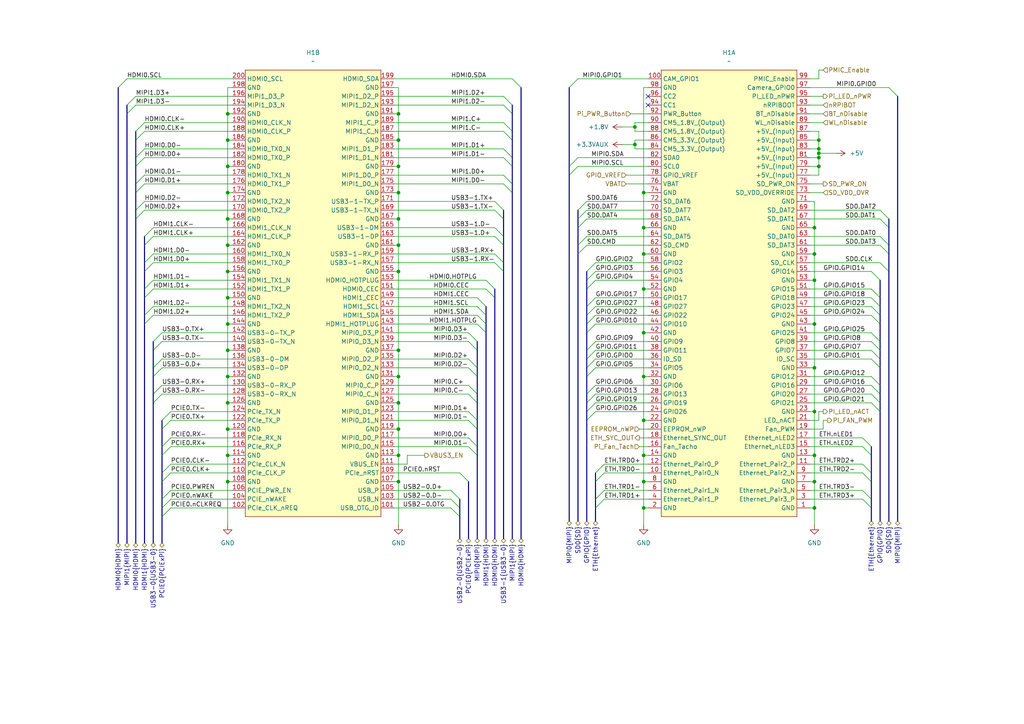
<source format=kicad_sch>
(kicad_sch (version 20250114) (generator "eeschema") (generator_version "9.0")
  (paper "A4")
  (bus_alias "Ethernet" (members "TRD0-" "TRD0+" "TRD1-" "TRD1+" "TRD2-" "TRD2+" "TRD3-" "TRD3+" "nLED1" "nLED2"))
  (bus_alias "GPIO" (members "GPIO[0..27]"))
  (bus_alias "HDMI" (members "HOTPLG" "CEC" "SCL" "SDA" "CLK-" "CLK+" "D0-" "D0+" "D1-" "D1+" "D2-" "D2+"))
  (bus_alias "MIPI" (members "C-" "C+" "D0-" "D0+" "D1-" "D1+" "D2-" "D2+" "D3-" "D3+" "SCL" "SDA" "GPIO0" "GPIO1"))
  (bus_alias "PCIExPi" (members "TX+" "TX-" "RX+" "RX-" "nRST" "nCLKREQ" "nWAKE" "PWREN" "CLK+" "CLK-"))
  (bus_alias "SD" (members "DAT[0..7]" "CMD" "CLK"))
  (bus_alias "USB2-0" (members "D+" "D-" "OTG"))
  (bus_alias "USB3-0" (members "TX+" "TX-" "D-" "D+" "RX-" "RX+"))
  (junction (at 237.49 40.64))
  (junction (at 186.69 96.52))
  (junction (at 66.04 63.5))
  (junction (at 186.69 121.92))
  (junction (at 115.57 124.46))
  (junction (at 66.04 86.36))
  (junction (at 115.57 116.84))
  (junction (at 66.04 139.7))
  (junction (at 236.22 93.98))
  (junction (at 236.22 66.04))
  (junction (at 237.49 45.72))
  (junction (at 237.49 44.45))
  (junction (at 115.57 55.88))
  (junction (at 236.22 119.38))
  (junction (at 237.49 43.18))
  (junction (at 66.04 101.6))
  (junction (at 115.57 63.5))
  (junction (at 186.69 73.66))
  (junction (at 66.04 55.88))
  (junction (at 186.69 66.04))
  (junction (at 236.22 132.08))
  (junction (at 236.22 73.66))
  (junction (at 66.04 71.12))
  (junction (at 115.57 109.22))
  (junction (at 115.57 101.6))
  (junction (at 66.04 48.26))
  (junction (at 184.15 36.83))
  (junction (at 115.57 71.12))
  (junction (at 186.69 147.32))
  (junction (at 115.57 139.7))
  (junction (at 186.69 109.22))
  (junction (at 115.57 33.02))
  (junction (at 115.57 48.26))
  (junction (at 236.22 106.68))
  (junction (at 236.22 139.7))
  (junction (at 66.04 124.46))
  (junction (at 66.04 116.84))
  (junction (at 186.69 83.82))
  (junction (at 237.49 48.26))
  (junction (at 66.04 109.22))
  (junction (at 236.22 147.32))
  (junction (at 184.15 41.91))
  (junction (at 115.57 40.64))
  (junction (at 186.69 132.08))
  (junction (at 66.04 78.74))
  (junction (at 66.04 33.02))
  (junction (at 186.69 55.88))
  (junction (at 186.69 139.7))
  (junction (at 115.57 78.74))
  (junction (at 66.04 40.64))
  (junction (at 66.04 132.08))
  (junction (at 66.04 93.98))
  (junction (at 236.22 81.28))
  (junction (at 115.57 132.08))
  (no_connect (at 187.96 27.94))
  (no_connect (at 187.96 30.48))
  (bus_entry (at 255.27 93.98) (size -2.54 -2.54))
  (bus_entry (at 143.51 83.82) (size -2.54 -2.54))
  (bus_entry (at 148.59 53.34) (size -2.54 -2.54))
  (bus_entry (at 167.64 66.04) (size 2.54 -2.54))
  (bus_entry (at 167.64 71.12) (size 2.54 -2.54))
  (bus_entry (at 146.05 60.96) (size -2.54 -2.54))
  (bus_entry (at 257.81 73.66) (size -2.54 -2.54))
  (bus_entry (at 44.45 116.84) (size 2.54 -2.54))
  (bus_entry (at 165.1 25.4) (size 2.54 -2.54))
  (bus_entry (at 44.45 106.68) (size 2.54 -2.54))
  (bus_entry (at 255.27 81.28) (size -2.54 -2.54))
  (bus_entry (at 46.99 144.78) (size 2.54 -2.54))
  (bus_entry (at 39.37 55.88) (size 2.54 -2.54))
  (bus_entry (at 255.27 86.36) (size -2.54 -2.54))
  (bus_entry (at 170.18 96.52) (size 2.54 -2.54))
  (bus_entry (at 46.99 124.46) (size 2.54 -2.54))
  (bus_entry (at 257.81 71.12) (size -2.54 -2.54))
  (bus_entry (at 41.91 86.36) (size 2.54 -2.54))
  (bus_entry (at 170.18 83.82) (size 2.54 -2.54))
  (bus_entry (at 41.91 93.98) (size 2.54 -2.54))
  (bus_entry (at 46.99 139.7) (size 2.54 -2.54))
  (bus_entry (at 36.83 30.48) (size 2.54 -2.54))
  (bus_entry (at 255.27 119.38) (size -2.54 -2.54))
  (bus_entry (at 140.97 96.52) (size -2.54 -2.54))
  (bus_entry (at 138.43 114.3) (size -2.54 -2.54))
  (bus_entry (at 170.18 121.92) (size 2.54 -2.54))
  (bus_entry (at 252.73 129.54) (size -2.54 -2.54))
  (bus_entry (at 39.37 63.5) (size 2.54 -2.54))
  (bus_entry (at 172.72 139.7) (size 2.54 -2.54))
  (bus_entry (at 151.13 25.4) (size -2.54 -2.54))
  (bus_entry (at 138.43 109.22) (size -2.54 -2.54))
  (bus_entry (at 257.81 78.74) (size -2.54 -2.54))
  (bus_entry (at 138.43 132.08) (size -2.54 -2.54))
  (bus_entry (at 170.18 119.38) (size 2.54 -2.54))
  (bus_entry (at 170.18 109.22) (size 2.54 -2.54))
  (bus_entry (at 39.37 60.96) (size 2.54 -2.54))
  (bus_entry (at 41.91 78.74) (size 2.54 -2.54))
  (bus_entry (at 257.81 66.04) (size -2.54 -2.54))
  (bus_entry (at 172.72 144.78) (size 2.54 -2.54))
  (bus_entry (at 148.59 55.88) (size -2.54 -2.54))
  (bus_entry (at 46.99 121.92) (size 2.54 -2.54))
  (bus_entry (at 165.1 50.8) (size 2.54 -2.54))
  (bus_entry (at 255.27 116.84) (size -2.54 -2.54))
  (bus_entry (at 170.18 88.9) (size 2.54 -2.54))
  (bus_entry (at 46.99 147.32) (size 2.54 -2.54))
  (bus_entry (at 138.43 99.06) (size -2.54 -2.54))
  (bus_entry (at 135.89 139.7) (size -2.54 -2.54))
  (bus_entry (at 255.27 99.06) (size -2.54 -2.54))
  (bus_entry (at 170.18 116.84) (size 2.54 -2.54))
  (bus_entry (at 170.18 78.74) (size 2.54 -2.54))
  (bus_entry (at 148.59 45.72) (size -2.54 -2.54))
  (bus_entry (at 146.05 68.58) (size -2.54 -2.54))
  (bus_entry (at 148.59 33.02) (size -2.54 -2.54))
  (bus_entry (at 252.73 139.7) (size -2.54 -2.54))
  (bus_entry (at 44.45 109.22) (size 2.54 -2.54))
  (bus_entry (at 146.05 78.74) (size -2.54 -2.54))
  (bus_entry (at 138.43 116.84) (size -2.54 -2.54))
  (bus_entry (at 167.64 63.5) (size 2.54 -2.54))
  (bus_entry (at 41.91 91.44) (size 2.54 -2.54))
  (bus_entry (at 39.37 48.26) (size 2.54 -2.54))
  (bus_entry (at 138.43 106.68) (size -2.54 -2.54))
  (bus_entry (at 138.43 129.54) (size -2.54 -2.54))
  (bus_entry (at 46.99 129.54) (size 2.54 -2.54))
  (bus_entry (at 255.27 101.6) (size -2.54 -2.54))
  (bus_entry (at 172.72 137.16) (size 2.54 -2.54))
  (bus_entry (at 170.18 91.44) (size 2.54 -2.54))
  (bus_entry (at 41.91 76.2) (size 2.54 -2.54))
  (bus_entry (at 133.35 149.86) (size -2.54 -2.54))
  (bus_entry (at 165.1 48.26) (size 2.54 -2.54))
  (bus_entry (at 34.29 25.4) (size 2.54 -2.54))
  (bus_entry (at 36.83 33.02) (size 2.54 -2.54))
  (bus_entry (at 44.45 101.6) (size 2.54 -2.54))
  (bus_entry (at 148.59 40.64) (size -2.54 -2.54))
  (bus_entry (at 148.59 48.26) (size -2.54 -2.54))
  (bus_entry (at 255.27 114.3) (size -2.54 -2.54))
  (bus_entry (at 167.64 73.66) (size 2.54 -2.54))
  (bus_entry (at 133.35 144.78) (size -2.54 -2.54))
  (bus_entry (at 39.37 45.72) (size 2.54 -2.54))
  (bus_entry (at 255.27 111.76) (size -2.54 -2.54))
  (bus_entry (at 257.81 63.5) (size -2.54 -2.54))
  (bus_entry (at 138.43 124.46) (size -2.54 -2.54))
  (bus_entry (at 140.97 93.98) (size -2.54 -2.54))
  (bus_entry (at 140.97 91.44) (size -2.54 -2.54))
  (bus_entry (at 146.05 63.5) (size -2.54 -2.54))
  (bus_entry (at 44.45 99.06) (size 2.54 -2.54))
  (bus_entry (at 252.73 147.32) (size -2.54 -2.54))
  (bus_entry (at 260.35 27.94) (size -2.54 -2.54))
  (bus_entry (at 39.37 38.1) (size 2.54 -2.54))
  (bus_entry (at 170.18 106.68) (size 2.54 -2.54))
  (bus_entry (at 39.37 53.34) (size 2.54 -2.54))
  (bus_entry (at 148.59 38.1) (size -2.54 -2.54))
  (bus_entry (at 138.43 121.92) (size -2.54 -2.54))
  (bus_entry (at 44.45 114.3) (size 2.54 -2.54))
  (bus_entry (at 252.73 144.78) (size -2.54 -2.54))
  (bus_entry (at 255.27 104.14) (size -2.54 -2.54))
  (bus_entry (at 172.72 147.32) (size 2.54 -2.54))
  (bus_entry (at 41.91 83.82) (size 2.54 -2.54))
  (bus_entry (at 39.37 40.64) (size 2.54 -2.54))
  (bus_entry (at 255.27 88.9) (size -2.54 -2.54))
  (bus_entry (at 167.64 60.96) (size 2.54 -2.54))
  (bus_entry (at 41.91 68.58) (size 2.54 -2.54))
  (bus_entry (at 170.18 101.6) (size 2.54 -2.54))
  (bus_entry (at 146.05 76.2) (size -2.54 -2.54))
  (bus_entry (at 138.43 101.6) (size -2.54 -2.54))
  (bus_entry (at 46.99 132.08) (size 2.54 -2.54))
  (bus_entry (at 140.97 88.9) (size -2.54 -2.54))
  (bus_entry (at 146.05 71.12) (size -2.54 -2.54))
  (bus_entry (at 170.18 104.14) (size 2.54 -2.54))
  (bus_entry (at 255.27 106.68) (size -2.54 -2.54))
  (bus_entry (at 252.73 137.16) (size -2.54 -2.54))
  (bus_entry (at 148.59 30.48) (size -2.54 -2.54))
  (bus_entry (at 46.99 137.16) (size 2.54 -2.54))
  (bus_entry (at 170.18 114.3) (size 2.54 -2.54))
  (bus_entry (at 41.91 71.12) (size 2.54 -2.54))
  (bus_entry (at 143.51 86.36) (size -2.54 -2.54))
  (bus_entry (at 170.18 81.28) (size 2.54 -2.54))
  (bus_entry (at 46.99 149.86) (size 2.54 -2.54))
  (bus_entry (at 170.18 93.98) (size 2.54 -2.54))
  (bus_entry (at 255.27 91.44) (size -2.54 -2.54))
  (bus_entry (at 133.35 147.32) (size -2.54 -2.54))
  (bus_entry (at 252.73 132.08) (size -2.54 -2.54))
  (bus (pts (xy 255.27 106.68) (xy 255.27 111.76)))
  (bus (pts (xy 260.35 27.94) (xy 260.35 151.13)))
  (wire (pts (xy 115.57 124.46) (xy 115.57 132.08)))
  (bus (pts (xy 140.97 91.44) (xy 140.97 93.98)))
  (wire (pts (xy 114.3 134.62) (xy 118.11 134.62)))
  (wire (pts (xy 49.53 121.92) (xy 67.31 121.92)))
  (wire (pts (xy 234.95 91.44) (xy 252.73 91.44)))
  (wire (pts (xy 114.3 33.02) (xy 115.57 33.02)))
  (bus (pts (xy 133.35 149.86) (xy 133.35 156.21)))
  (wire (pts (xy 67.31 124.46) (xy 66.04 124.46)))
  (wire (pts (xy 186.69 121.92) (xy 186.69 132.08)))
  (bus (pts (xy 170.18 121.92) (xy 170.18 151.13)))
  (wire (pts (xy 236.22 147.32) (xy 236.22 152.4)))
  (wire (pts (xy 184.15 41.91) (xy 184.15 43.18)))
  (bus (pts (xy 44.45 114.3) (xy 44.45 116.84)))
  (wire (pts (xy 44.45 76.2) (xy 67.31 76.2)))
  (wire (pts (xy 180.34 36.83) (xy 184.15 36.83)))
  (wire (pts (xy 36.83 22.86) (xy 67.31 22.86)))
  (wire (pts (xy 234.95 96.52) (xy 252.73 96.52)))
  (wire (pts (xy 66.04 124.46) (xy 66.04 132.08)))
  (wire (pts (xy 172.72 101.6) (xy 187.96 101.6)))
  (bus (pts (xy 170.18 106.68) (xy 170.18 109.22)))
  (wire (pts (xy 234.95 53.34) (xy 238.76 53.34)))
  (wire (pts (xy 187.96 40.64) (xy 184.15 40.64)))
  (wire (pts (xy 238.76 20.32) (xy 237.49 20.32)))
  (wire (pts (xy 114.3 137.16) (xy 133.35 137.16)))
  (bus (pts (xy 143.51 83.82) (xy 143.51 86.36)))
  (wire (pts (xy 114.3 121.92) (xy 135.89 121.92)))
  (bus (pts (xy 148.59 53.34) (xy 148.59 55.88)))
  (wire (pts (xy 172.72 119.38) (xy 187.96 119.38)))
  (bus (pts (xy 167.64 73.66) (xy 167.64 151.13)))
  (wire (pts (xy 182.88 33.02) (xy 187.96 33.02)))
  (bus (pts (xy 140.97 96.52) (xy 140.97 156.21)))
  (wire (pts (xy 66.04 132.08) (xy 66.04 139.7)))
  (wire (pts (xy 114.3 109.22) (xy 115.57 109.22)))
  (wire (pts (xy 172.72 111.76) (xy 187.96 111.76)))
  (wire (pts (xy 114.3 60.96) (xy 143.51 60.96)))
  (bus (pts (xy 138.43 121.92) (xy 138.43 124.46)))
  (wire (pts (xy 234.95 48.26) (xy 237.49 48.26)))
  (wire (pts (xy 186.69 96.52) (xy 186.69 109.22)))
  (wire (pts (xy 234.95 142.24) (xy 250.19 142.24)))
  (wire (pts (xy 67.31 63.5) (xy 66.04 63.5)))
  (wire (pts (xy 186.69 25.4) (xy 186.69 55.88)))
  (bus (pts (xy 46.99 137.16) (xy 46.99 139.7)))
  (bus (pts (xy 41.91 68.58) (xy 41.91 71.12)))
  (wire (pts (xy 115.57 71.12) (xy 115.57 78.74)))
  (wire (pts (xy 184.15 38.1) (xy 187.96 38.1)))
  (wire (pts (xy 115.57 78.74) (xy 115.57 101.6)))
  (wire (pts (xy 234.95 35.56) (xy 238.76 35.56)))
  (wire (pts (xy 44.45 88.9) (xy 67.31 88.9)))
  (wire (pts (xy 237.49 44.45) (xy 237.49 43.18)))
  (wire (pts (xy 234.95 81.28) (xy 236.22 81.28)))
  (wire (pts (xy 236.22 66.04) (xy 236.22 73.66)))
  (wire (pts (xy 180.34 41.91) (xy 184.15 41.91)))
  (bus (pts (xy 170.18 96.52) (xy 170.18 101.6)))
  (bus (pts (xy 46.99 129.54) (xy 46.99 132.08)))
  (wire (pts (xy 234.95 68.58) (xy 255.27 68.58)))
  (wire (pts (xy 234.95 116.84) (xy 252.73 116.84)))
  (bus (pts (xy 138.43 132.08) (xy 138.43 156.21)))
  (wire (pts (xy 234.95 134.62) (xy 250.19 134.62)))
  (wire (pts (xy 44.45 81.28) (xy 67.31 81.28)))
  (wire (pts (xy 170.18 58.42) (xy 187.96 58.42)))
  (bus (pts (xy 151.13 25.4) (xy 151.13 156.21)))
  (bus (pts (xy 46.99 124.46) (xy 46.99 129.54)))
  (wire (pts (xy 172.72 76.2) (xy 187.96 76.2)))
  (wire (pts (xy 187.96 73.66) (xy 186.69 73.66)))
  (bus (pts (xy 172.72 139.7) (xy 172.72 144.78)))
  (wire (pts (xy 237.49 20.32) (xy 237.49 22.86)))
  (wire (pts (xy 172.72 104.14) (xy 187.96 104.14)))
  (wire (pts (xy 67.31 55.88) (xy 66.04 55.88)))
  (wire (pts (xy 115.57 25.4) (xy 115.57 33.02)))
  (wire (pts (xy 44.45 68.58) (xy 67.31 68.58)))
  (wire (pts (xy 187.96 55.88) (xy 186.69 55.88)))
  (wire (pts (xy 66.04 139.7) (xy 67.31 139.7)))
  (wire (pts (xy 185.42 124.46) (xy 187.96 124.46)))
  (wire (pts (xy 67.31 78.74) (xy 66.04 78.74)))
  (wire (pts (xy 172.72 81.28) (xy 187.96 81.28)))
  (bus (pts (xy 170.18 116.84) (xy 170.18 119.38)))
  (wire (pts (xy 186.69 109.22) (xy 186.69 121.92)))
  (bus (pts (xy 148.59 48.26) (xy 148.59 53.34)))
  (wire (pts (xy 237.49 43.18) (xy 237.49 40.64)))
  (wire (pts (xy 172.72 93.98) (xy 187.96 93.98)))
  (wire (pts (xy 114.3 73.66) (xy 143.51 73.66)))
  (bus (pts (xy 252.73 139.7) (xy 252.73 144.78)))
  (wire (pts (xy 41.91 35.56) (xy 67.31 35.56)))
  (bus (pts (xy 252.73 129.54) (xy 252.73 132.08)))
  (bus (pts (xy 170.18 78.74) (xy 170.18 81.28)))
  (wire (pts (xy 234.95 30.48) (xy 238.76 30.48)))
  (wire (pts (xy 49.53 147.32) (xy 67.31 147.32)))
  (wire (pts (xy 234.95 71.12) (xy 255.27 71.12)))
  (bus (pts (xy 148.59 45.72) (xy 148.59 48.26)))
  (wire (pts (xy 186.69 73.66) (xy 186.69 83.82)))
  (wire (pts (xy 237.49 50.8) (xy 237.49 48.26)))
  (bus (pts (xy 140.97 88.9) (xy 140.97 91.44)))
  (wire (pts (xy 114.3 104.14) (xy 135.89 104.14)))
  (wire (pts (xy 181.61 50.8) (xy 187.96 50.8)))
  (bus (pts (xy 133.35 147.32) (xy 133.35 149.86)))
  (wire (pts (xy 187.96 132.08) (xy 186.69 132.08)))
  (bus (pts (xy 46.99 147.32) (xy 46.99 149.86)))
  (bus (pts (xy 39.37 60.96) (xy 39.37 63.5)))
  (wire (pts (xy 236.22 132.08) (xy 236.22 139.7)))
  (wire (pts (xy 172.72 114.3) (xy 187.96 114.3)))
  (bus (pts (xy 172.72 147.32) (xy 172.72 151.13)))
  (wire (pts (xy 238.76 124.46) (xy 238.76 121.92)))
  (wire (pts (xy 114.3 114.3) (xy 135.89 114.3)))
  (wire (pts (xy 236.22 93.98) (xy 236.22 106.68)))
  (bus (pts (xy 39.37 45.72) (xy 39.37 48.26)))
  (bus (pts (xy 165.1 50.8) (xy 165.1 151.13)))
  (bus (pts (xy 41.91 78.74) (xy 41.91 83.82)))
  (wire (pts (xy 115.57 139.7) (xy 115.57 152.4)))
  (bus (pts (xy 257.81 78.74) (xy 257.81 151.13)))
  (wire (pts (xy 41.91 43.18) (xy 67.31 43.18)))
  (wire (pts (xy 114.3 119.38) (xy 135.89 119.38)))
  (wire (pts (xy 170.18 60.96) (xy 187.96 60.96)))
  (wire (pts (xy 184.15 43.18) (xy 187.96 43.18)))
  (wire (pts (xy 114.3 40.64) (xy 115.57 40.64)))
  (bus (pts (xy 146.05 63.5) (xy 146.05 68.58)))
  (wire (pts (xy 186.69 152.4) (xy 186.69 147.32)))
  (wire (pts (xy 67.31 93.98) (xy 66.04 93.98)))
  (bus (pts (xy 36.83 33.02) (xy 36.83 157.48)))
  (wire (pts (xy 41.91 58.42) (xy 67.31 58.42)))
  (wire (pts (xy 175.26 134.62) (xy 187.96 134.62)))
  (bus (pts (xy 146.05 60.96) (xy 146.05 63.5)))
  (bus (pts (xy 257.81 66.04) (xy 257.81 71.12)))
  (wire (pts (xy 236.22 119.38) (xy 236.22 132.08)))
  (wire (pts (xy 114.3 63.5) (xy 115.57 63.5)))
  (wire (pts (xy 236.22 106.68) (xy 236.22 119.38)))
  (bus (pts (xy 255.27 104.14) (xy 255.27 106.68)))
  (wire (pts (xy 172.72 91.44) (xy 187.96 91.44)))
  (wire (pts (xy 41.91 38.1) (xy 67.31 38.1)))
  (wire (pts (xy 186.69 66.04) (xy 186.69 73.66)))
  (bus (pts (xy 167.64 63.5) (xy 167.64 66.04)))
  (wire (pts (xy 234.95 60.96) (xy 255.27 60.96)))
  (wire (pts (xy 115.57 116.84) (xy 115.57 124.46)))
  (wire (pts (xy 234.95 114.3) (xy 252.73 114.3)))
  (wire (pts (xy 234.95 58.42) (xy 236.22 58.42)))
  (wire (pts (xy 114.3 127) (xy 135.89 127)))
  (wire (pts (xy 44.45 66.04) (xy 67.31 66.04)))
  (wire (pts (xy 234.95 43.18) (xy 237.49 43.18)))
  (wire (pts (xy 115.57 40.64) (xy 115.57 48.26)))
  (bus (pts (xy 41.91 83.82) (xy 41.91 86.36)))
  (bus (pts (xy 41.91 91.44) (xy 41.91 93.98)))
  (wire (pts (xy 234.95 139.7) (xy 236.22 139.7)))
  (wire (pts (xy 234.95 88.9) (xy 252.73 88.9)))
  (bus (pts (xy 257.81 73.66) (xy 257.81 78.74)))
  (wire (pts (xy 49.53 119.38) (xy 67.31 119.38)))
  (wire (pts (xy 114.3 86.36) (xy 138.43 86.36)))
  (wire (pts (xy 46.99 114.3) (xy 67.31 114.3)))
  (bus (pts (xy 138.43 109.22) (xy 138.43 114.3)))
  (wire (pts (xy 44.45 73.66) (xy 67.31 73.66)))
  (wire (pts (xy 114.3 71.12) (xy 115.57 71.12)))
  (wire (pts (xy 115.57 101.6) (xy 115.57 109.22)))
  (wire (pts (xy 234.95 33.02) (xy 238.76 33.02)))
  (bus (pts (xy 46.99 149.86) (xy 46.99 157.48)))
  (wire (pts (xy 236.22 81.28) (xy 236.22 93.98)))
  (wire (pts (xy 46.99 104.14) (xy 67.31 104.14)))
  (wire (pts (xy 114.3 68.58) (xy 143.51 68.58)))
  (bus (pts (xy 46.99 132.08) (xy 46.99 137.16)))
  (wire (pts (xy 234.95 119.38) (xy 236.22 119.38)))
  (wire (pts (xy 114.3 88.9) (xy 138.43 88.9)))
  (bus (pts (xy 39.37 48.26) (xy 39.37 53.34)))
  (wire (pts (xy 114.3 106.68) (xy 135.89 106.68)))
  (wire (pts (xy 186.69 132.08) (xy 186.69 139.7)))
  (wire (pts (xy 234.95 104.14) (xy 252.73 104.14)))
  (wire (pts (xy 114.3 111.76) (xy 135.89 111.76)))
  (wire (pts (xy 185.42 127) (xy 187.96 127)))
  (bus (pts (xy 135.89 139.7) (xy 135.89 156.21)))
  (wire (pts (xy 234.95 86.36) (xy 252.73 86.36)))
  (bus (pts (xy 148.59 40.64) (xy 148.59 45.72)))
  (wire (pts (xy 187.96 139.7) (xy 186.69 139.7)))
  (wire (pts (xy 114.3 27.94) (xy 146.05 27.94)))
  (bus (pts (xy 257.81 71.12) (xy 257.81 73.66)))
  (bus (pts (xy 255.27 91.44) (xy 255.27 93.98)))
  (bus (pts (xy 41.91 71.12) (xy 41.91 76.2)))
  (wire (pts (xy 115.57 132.08) (xy 115.57 139.7)))
  (wire (pts (xy 234.95 106.68) (xy 236.22 106.68)))
  (wire (pts (xy 187.96 25.4) (xy 186.69 25.4)))
  (wire (pts (xy 175.26 137.16) (xy 187.96 137.16)))
  (bus (pts (xy 170.18 91.44) (xy 170.18 93.98)))
  (wire (pts (xy 66.04 86.36) (xy 66.04 93.98)))
  (wire (pts (xy 46.99 96.52) (xy 67.31 96.52)))
  (bus (pts (xy 148.59 33.02) (xy 148.59 38.1)))
  (bus (pts (xy 34.29 25.4) (xy 34.29 157.48)))
  (wire (pts (xy 234.95 101.6) (xy 252.73 101.6)))
  (wire (pts (xy 66.04 116.84) (xy 66.04 124.46)))
  (wire (pts (xy 114.3 96.52) (xy 135.89 96.52)))
  (wire (pts (xy 118.11 132.08) (xy 123.19 132.08)))
  (wire (pts (xy 234.95 137.16) (xy 250.19 137.16)))
  (bus (pts (xy 41.91 93.98) (xy 41.91 157.48)))
  (wire (pts (xy 114.3 50.8) (xy 146.05 50.8)))
  (wire (pts (xy 172.72 106.68) (xy 187.96 106.68)))
  (wire (pts (xy 237.49 119.38) (xy 238.76 119.38)))
  (wire (pts (xy 114.3 45.72) (xy 146.05 45.72)))
  (wire (pts (xy 49.53 144.78) (xy 67.31 144.78)))
  (wire (pts (xy 234.95 124.46) (xy 238.76 124.46)))
  (wire (pts (xy 114.3 124.46) (xy 115.57 124.46)))
  (wire (pts (xy 114.3 91.44) (xy 138.43 91.44)))
  (bus (pts (xy 146.05 71.12) (xy 146.05 76.2)))
  (bus (pts (xy 143.51 86.36) (xy 143.51 156.21)))
  (wire (pts (xy 66.04 48.26) (xy 66.04 55.88)))
  (wire (pts (xy 114.3 78.74) (xy 115.57 78.74)))
  (wire (pts (xy 67.31 132.08) (xy 66.04 132.08)))
  (bus (pts (xy 148.59 55.88) (xy 148.59 156.21)))
  (wire (pts (xy 237.49 38.1) (xy 234.95 38.1)))
  (bus (pts (xy 252.73 137.16) (xy 252.73 139.7)))
  (wire (pts (xy 186.69 139.7) (xy 186.69 147.32)))
  (bus (pts (xy 148.59 30.48) (xy 148.59 33.02)))
  (wire (pts (xy 234.95 132.08) (xy 236.22 132.08)))
  (bus (pts (xy 170.18 83.82) (xy 170.18 88.9)))
  (wire (pts (xy 66.04 33.02) (xy 66.04 40.64)))
  (wire (pts (xy 234.95 99.06) (xy 252.73 99.06)))
  (wire (pts (xy 114.3 55.88) (xy 115.57 55.88)))
  (bus (pts (xy 39.37 38.1) (xy 39.37 40.64)))
  (wire (pts (xy 67.31 101.6) (xy 66.04 101.6)))
  (wire (pts (xy 114.3 76.2) (xy 143.51 76.2)))
  (wire (pts (xy 167.64 48.26) (xy 187.96 48.26)))
  (wire (pts (xy 236.22 73.66) (xy 236.22 81.28)))
  (bus (pts (xy 170.18 101.6) (xy 170.18 104.14)))
  (wire (pts (xy 172.72 99.06) (xy 187.96 99.06)))
  (wire (pts (xy 114.3 139.7) (xy 115.57 139.7)))
  (bus (pts (xy 146.05 78.74) (xy 146.05 156.21)))
  (wire (pts (xy 175.26 144.78) (xy 187.96 144.78)))
  (bus (pts (xy 138.43 129.54) (xy 138.43 132.08)))
  (wire (pts (xy 41.91 45.72) (xy 67.31 45.72)))
  (wire (pts (xy 184.15 40.64) (xy 184.15 41.91)))
  (wire (pts (xy 234.95 55.88) (xy 238.76 55.88)))
  (wire (pts (xy 234.95 73.66) (xy 236.22 73.66)))
  (wire (pts (xy 114.3 83.82) (xy 140.97 83.82)))
  (wire (pts (xy 234.95 109.22) (xy 252.73 109.22)))
  (bus (pts (xy 170.18 88.9) (xy 170.18 91.44)))
  (bus (pts (xy 252.73 147.32) (xy 252.73 151.13)))
  (wire (pts (xy 234.95 127) (xy 250.19 127)))
  (bus (pts (xy 255.27 99.06) (xy 255.27 101.6)))
  (wire (pts (xy 66.04 78.74) (xy 66.04 86.36)))
  (wire (pts (xy 66.04 63.5) (xy 66.04 71.12)))
  (wire (pts (xy 185.42 129.54) (xy 187.96 129.54)))
  (wire (pts (xy 41.91 50.8) (xy 67.31 50.8)))
  (bus (pts (xy 140.97 93.98) (xy 140.97 96.52)))
  (wire (pts (xy 114.3 93.98) (xy 138.43 93.98)))
  (wire (pts (xy 187.96 121.92) (xy 186.69 121.92)))
  (bus (pts (xy 252.73 144.78) (xy 252.73 147.32)))
  (wire (pts (xy 234.95 50.8) (xy 237.49 50.8)))
  (wire (pts (xy 187.96 35.56) (xy 184.15 35.56)))
  (wire (pts (xy 115.57 55.88) (xy 115.57 63.5)))
  (wire (pts (xy 115.57 109.22) (xy 115.57 116.84)))
  (bus (pts (xy 39.37 40.64) (xy 39.37 45.72)))
  (bus (pts (xy 170.18 81.28) (xy 170.18 83.82)))
  (wire (pts (xy 41.91 53.34) (xy 67.31 53.34)))
  (wire (pts (xy 114.3 43.18) (xy 146.05 43.18)))
  (wire (pts (xy 234.95 66.04) (xy 236.22 66.04)))
  (wire (pts (xy 114.3 58.42) (xy 143.51 58.42)))
  (bus (pts (xy 148.59 38.1) (xy 148.59 40.64)))
  (wire (pts (xy 49.53 129.54) (xy 67.31 129.54)))
  (bus (pts (xy 257.81 63.5) (xy 257.81 66.04)))
  (wire (pts (xy 44.45 83.82) (xy 67.31 83.82)))
  (bus (pts (xy 146.05 68.58) (xy 146.05 71.12)))
  (wire (pts (xy 167.64 22.86) (xy 187.96 22.86)))
  (wire (pts (xy 236.22 58.42) (xy 236.22 66.04)))
  (wire (pts (xy 234.95 63.5) (xy 255.27 63.5)))
  (wire (pts (xy 114.3 25.4) (xy 115.57 25.4)))
  (bus (pts (xy 138.43 101.6) (xy 138.43 106.68)))
  (wire (pts (xy 172.72 88.9) (xy 187.96 88.9)))
  (wire (pts (xy 114.3 144.78) (xy 130.81 144.78)))
  (wire (pts (xy 172.72 78.74) (xy 187.96 78.74)))
  (wire (pts (xy 67.31 33.02) (xy 66.04 33.02)))
  (bus (pts (xy 255.27 86.36) (xy 255.27 88.9)))
  (wire (pts (xy 114.3 142.24) (xy 130.81 142.24)))
  (wire (pts (xy 234.95 40.64) (xy 237.49 40.64)))
  (wire (pts (xy 181.61 53.34) (xy 187.96 53.34)))
  (wire (pts (xy 242.57 44.45) (xy 237.49 44.45)))
  (bus (pts (xy 170.18 93.98) (xy 170.18 96.52)))
  (wire (pts (xy 49.53 134.62) (xy 67.31 134.62)))
  (bus (pts (xy 138.43 106.68) (xy 138.43 109.22)))
  (bus (pts (xy 138.43 99.06) (xy 138.43 101.6)))
  (bus (pts (xy 138.43 114.3) (xy 138.43 116.84)))
  (bus (pts (xy 138.43 124.46) (xy 138.43 129.54)))
  (bus (pts (xy 39.37 55.88) (xy 39.37 60.96)))
  (bus (pts (xy 172.72 137.16) (xy 172.72 139.7)))
  (bus (pts (xy 172.72 144.78) (xy 172.72 147.32)))
  (bus (pts (xy 255.27 101.6) (xy 255.27 104.14)))
  (bus (pts (xy 165.1 25.4) (xy 165.1 48.26)))
  (bus (pts (xy 44.45 101.6) (xy 44.45 106.68)))
  (wire (pts (xy 237.49 45.72) (xy 237.49 44.45)))
  (wire (pts (xy 170.18 63.5) (xy 187.96 63.5)))
  (wire (pts (xy 44.45 91.44) (xy 67.31 91.44)))
  (wire (pts (xy 66.04 152.4) (xy 66.04 139.7)))
  (wire (pts (xy 114.3 38.1) (xy 146.05 38.1)))
  (wire (pts (xy 46.99 111.76) (xy 67.31 111.76)))
  (wire (pts (xy 234.95 83.82) (xy 252.73 83.82)))
  (bus (pts (xy 41.91 76.2) (xy 41.91 78.74)))
  (wire (pts (xy 66.04 55.88) (xy 66.04 63.5)))
  (wire (pts (xy 114.3 81.28) (xy 140.97 81.28)))
  (wire (pts (xy 118.11 134.62) (xy 118.11 132.08)))
  (wire (pts (xy 237.49 48.26) (xy 237.49 45.72)))
  (bus (pts (xy 46.99 139.7) (xy 46.99 144.78)))
  (bus (pts (xy 46.99 144.78) (xy 46.99 147.32)))
  (wire (pts (xy 187.96 66.04) (xy 186.69 66.04)))
  (wire (pts (xy 186.69 83.82) (xy 186.69 96.52)))
  (wire (pts (xy 66.04 101.6) (xy 66.04 109.22)))
  (wire (pts (xy 67.31 116.84) (xy 66.04 116.84)))
  (bus (pts (xy 167.64 60.96) (xy 167.64 63.5)))
  (bus (pts (xy 255.27 116.84) (xy 255.27 119.38)))
  (bus (pts (xy 170.18 104.14) (xy 170.18 106.68)))
  (wire (pts (xy 234.95 121.92) (xy 237.49 121.92)))
  (bus (pts (xy 170.18 119.38) (xy 170.18 121.92)))
  (wire (pts (xy 66.04 109.22) (xy 66.04 116.84)))
  (wire (pts (xy 234.95 78.74) (xy 252.73 78.74)))
  (wire (pts (xy 114.3 53.34) (xy 146.05 53.34)))
  (wire (pts (xy 114.3 129.54) (xy 135.89 129.54)))
  (bus (pts (xy 167.64 71.12) (xy 167.64 73.66)))
  (bus (pts (xy 138.43 116.84) (xy 138.43 121.92)))
  (wire (pts (xy 172.72 86.36) (xy 187.96 86.36)))
  (wire (pts (xy 114.3 99.06) (xy 135.89 99.06)))
  (wire (pts (xy 39.37 27.94) (xy 67.31 27.94)))
  (wire (pts (xy 234.95 93.98) (xy 236.22 93.98)))
  (wire (pts (xy 67.31 48.26) (xy 66.04 48.26)))
  (bus (pts (xy 255.27 93.98) (xy 255.27 99.06)))
  (bus (pts (xy 41.91 86.36) (xy 41.91 91.44)))
  (wire (pts (xy 67.31 40.64) (xy 66.04 40.64)))
  (bus (pts (xy 255.27 119.38) (xy 255.27 151.13)))
  (wire (pts (xy 234.95 144.78) (xy 250.19 144.78)))
  (wire (pts (xy 46.99 99.06) (xy 67.31 99.06)))
  (wire (pts (xy 66.04 93.98) (xy 66.04 101.6)))
  (wire (pts (xy 115.57 33.02) (xy 115.57 40.64)))
  (wire (pts (xy 236.22 139.7) (xy 236.22 147.32)))
  (wire (pts (xy 114.3 48.26) (xy 115.57 48.26)))
  (wire (pts (xy 67.31 86.36) (xy 66.04 86.36)))
  (wire (pts (xy 67.31 25.4) (xy 66.04 25.4)))
  (bus (pts (xy 255.27 114.3) (xy 255.27 116.84)))
  (wire (pts (xy 187.96 96.52) (xy 186.69 96.52)))
  (bus (pts (xy 165.1 48.26) (xy 165.1 50.8)))
  (wire (pts (xy 184.15 35.56) (xy 184.15 36.83)))
  (wire (pts (xy 184.15 36.83) (xy 184.15 38.1)))
  (bus (pts (xy 170.18 114.3) (xy 170.18 116.84)))
  (wire (pts (xy 237.49 40.64) (xy 237.49 38.1)))
  (bus (pts (xy 133.35 144.78) (xy 133.35 147.32)))
  (bus (pts (xy 36.83 30.48) (xy 36.83 33.02)))
  (wire (pts (xy 234.95 147.32) (xy 236.22 147.32)))
  (bus (pts (xy 146.05 76.2) (xy 146.05 78.74)))
  (bus (pts (xy 255.27 111.76) (xy 255.27 114.3)))
  (wire (pts (xy 114.3 35.56) (xy 146.05 35.56)))
  (wire (pts (xy 170.18 71.12) (xy 187.96 71.12)))
  (bus (pts (xy 255.27 88.9) (xy 255.27 91.44)))
  (wire (pts (xy 234.95 45.72) (xy 237.49 45.72)))
  (wire (pts (xy 186.69 147.32) (xy 187.96 147.32)))
  (wire (pts (xy 49.53 127) (xy 67.31 127)))
  (wire (pts (xy 170.18 68.58) (xy 187.96 68.58)))
  (wire (pts (xy 114.3 116.84) (xy 115.57 116.84)))
  (bus (pts (xy 39.37 53.34) (xy 39.37 55.88)))
  (wire (pts (xy 175.26 142.24) (xy 187.96 142.24)))
  (wire (pts (xy 237.49 22.86) (xy 234.95 22.86)))
  (bus (pts (xy 44.45 99.06) (xy 44.45 101.6)))
  (wire (pts (xy 114.3 66.04) (xy 143.51 66.04)))
  (wire (pts (xy 186.69 55.88) (xy 186.69 66.04)))
  (wire (pts (xy 187.96 83.82) (xy 186.69 83.82)))
  (wire (pts (xy 172.72 116.84) (xy 187.96 116.84)))
  (wire (pts (xy 114.3 30.48) (xy 146.05 30.48)))
  (bus (pts (xy 44.45 116.84) (xy 44.45 157.48)))
  (bus (pts (xy 44.45 106.68) (xy 44.45 109.22)))
  (wire (pts (xy 49.53 137.16) (xy 67.31 137.16)))
  (bus (pts (xy 46.99 121.92) (xy 46.99 124.46)))
  (bus (pts (xy 39.37 63.5) (xy 39.37 157.48)))
  (wire (pts (xy 39.37 30.48) (xy 67.31 30.48)))
  (wire (pts (xy 114.3 132.08) (xy 115.57 132.08)))
  (wire (pts (xy 234.95 27.94) (xy 238.76 27.94)))
  (wire (pts (xy 234.95 76.2) (xy 255.27 76.2)))
  (wire (pts (xy 67.31 109.22) (xy 66.04 109.22)))
  (bus (pts (xy 44.45 109.22) (xy 44.45 114.3)))
  (bus (pts (xy 170.18 109.22) (xy 170.18 114.3)))
  (wire (pts (xy 46.99 106.68) (xy 67.31 106.68)))
  (wire (pts (xy 167.64 45.72) (xy 187.96 45.72)))
  (bus (pts (xy 252.73 132.08) (xy 252.73 137.16)))
  (bus (pts (xy 255.27 81.28) (xy 255.27 86.36)))
  (wire (pts (xy 238.76 121.92) (xy 240.03 121.92)))
  (wire (pts (xy 49.53 142.24) (xy 67.31 142.24)))
  (wire (pts (xy 234.95 129.54) (xy 250.19 129.54)))
  (wire (pts (xy 66.04 25.4) (xy 66.04 33.02)))
  (wire (pts (xy 234.95 25.4) (xy 257.81 25.4)))
  (wire (pts (xy 114.3 147.32) (xy 130.81 147.32)))
  (wire (pts (xy 187.96 109.22) (xy 186.69 109.22)))
  (wire (pts (xy 114.3 22.86) (xy 148.59 22.86)))
  (wire (pts (xy 41.91 60.96) (xy 67.31 60.96)))
  (wire (pts (xy 67.31 71.12) (xy 66.04 71.12)))
  (wire (pts (xy 66.04 71.12) (xy 66.04 78.74)))
  (wire (pts (xy 115.57 48.26) (xy 115.57 55.88)))
  (wire (pts (xy 66.04 40.64) (xy 66.04 48.26)))
  (wire (pts (xy 114.3 101.6) (xy 115.57 101.6)))
  (wire (pts (xy 234.95 111.76) (xy 252.73 111.76)))
  (wire (pts (xy 237.49 121.92) (xy 237.49 119.38)))
  (bus (pts (xy 167.64 66.04) (xy 167.64 71.12)))
  (wire (pts (xy 115.57 63.5) (xy 115.57 71.12)))
  (label "MIPI1.D2+" (at 130.81 27.94 0))
  (label "SD0.DAT0" (at 245.11 68.58 0))
  (label "MIPI0.GPIO1" (at 168.91 22.86 0))
  (label "MIPI0.D3+" (at 125.73 96.52 0))
  (label "MIPI0.SDA" (at 171.45 45.72 0))
  (label "ETH.TRD3+" (at 237.49 144.78 0))
  (label "HDMI1.CEC" (at 125.73 86.36 0))
  (label "USB3-0.TX+" (at 46.99 96.52 0))
  (label "PCIE0.CLK+" (at 49.53 137.16 0))
  (label "HDMI1.SCL" (at 125.73 88.9 0))
  (label "GPIO.GPIO21" (at 238.76 116.84 0))
  (label "MIPI1.D0+" (at 130.81 50.8 0))
  (label "MIPI0.D2-" (at 125.73 106.68 0))
  (label "GPIO.GPIO0" (at 172.72 104.14 0))
  (label "HDMI0.D0-" (at 41.91 43.18 0))
  (label "HDMI0.D2-" (at 41.91 58.42 0))
  (label "PCIE0.TX-" (at 49.53 119.38 0))
  (label "MIPI0.D1-" (at 125.73 121.92 0))
  (label "MIPI1.D3+" (at 39.37 27.94 0))
  (label "GPIO.GPIO8" (at 238.76 99.06 0))
  (label "HDMI0.SCL" (at 36.83 22.86 0))
  (label "GPIO.GPIO24" (at 238.76 91.44 0))
  (label "USB3-1.RX-" (at 130.81 76.2 0))
  (label "GPIO.GPIO6" (at 172.72 111.76 0))
  (label "HDMI1.D1+" (at 44.45 83.82 0))
  (label "HDMI0.CEC" (at 125.73 83.82 0))
  (label "USB3-0.RX-" (at 46.99 114.3 0))
  (label "MIPI1.C+" (at 130.81 35.56 0))
  (label "HDMI1.D1-" (at 44.45 81.28 0))
  (label "GPIO.GPIO18" (at 238.76 86.36 0))
  (label "MIPI1.D0-" (at 130.81 53.34 0))
  (label "MIPI0.D1-" (at 125.73 129.54 0))
  (label "HDMI0.D0+" (at 41.91 45.72 0))
  (label "GPIO.GPIO15" (at 238.76 83.82 0))
  (label "USB3-0.D+" (at 46.99 106.68 0))
  (label "USB3-0.TX-" (at 46.99 99.06 0))
  (label "GPIO.GPIO23" (at 238.76 88.9 0))
  (label "MIPI0.D0+" (at 125.73 127 0))
  (label "HDMI0.HOTPLG" (at 124.46 81.28 0))
  (label "SD0.DAT2" (at 245.11 60.96 0))
  (label "GPIO.GPIO4" (at 172.72 81.28 0))
  (label "MIPI1.D1+" (at 130.81 43.18 0))
  (label "PCIE0.TX+" (at 49.53 121.92 0))
  (label "MIPI1.D1-" (at 130.81 45.72 0))
  (label "USB3-1.D+" (at 130.81 68.58 0))
  (label "GPIO.GPIO3" (at 172.72 78.74 0))
  (label "MIPI1.C-" (at 130.81 38.1 0))
  (label "GPIO.GPIO9" (at 172.72 99.06 0))
  (label "GPIO.GPIO7" (at 238.76 101.6 0))
  (label "ETH.nLED1" (at 237.49 127 0))
  (label "USB3-1.RX+" (at 130.81 73.66 0))
  (label "USB3-1.TX+" (at 130.81 58.42 0))
  (label "USB2-0.D+" (at 128.27 142.24 180))
  (label "PCIE0.nCLKREQ" (at 49.53 147.32 0))
  (label "PCIE0.nWAKE" (at 49.53 144.78 0))
  (label "GPIO.GPIO1" (at 238.76 104.14 0))
  (label "HDMI0.D1+" (at 41.91 53.34 0))
  (label "GPIO.GPIO10" (at 172.72 93.98 0))
  (label "SD0.CLK" (at 245.11 76.2 0))
  (label "HDMI1.D0-" (at 44.45 73.66 0))
  (label "GPIO.GPIO20" (at 238.76 114.3 0))
  (label "GPIO.GPIO26" (at 172.72 119.38 0))
  (label "ETH.TRD0-" (at 175.26 137.16 0))
  (label "GPIO.GPIO27" (at 172.72 88.9 0))
  (label "HDMI0.D1-" (at 41.91 50.8 0))
  (label "MIPI1.D3-" (at 39.37 30.48 0))
  (label "GPIO.GPIO16" (at 238.76 111.76 0))
  (label "SD0.DAT4" (at 170.18 63.5 0))
  (label "ETH.TRD0+" (at 175.26 134.62 0))
  (label "SD0.DAT1" (at 245.11 63.5 0))
  (label "GPIO.GPIO25" (at 238.76 96.52 0))
  (label "MIPI0.SCL" (at 171.45 48.26 0))
  (label "USB3-0.D-" (at 46.99 104.14 0))
  (label "ETH.TRD1-" (at 175.26 142.24 0))
  (label "SD0.DAT6" (at 170.18 58.42 0))
  (label "ETH.TRD3-" (at 237.49 142.24 0))
  (label "MIPI0.C+" (at 125.73 111.76 0))
  (label "MIPI0.D3-" (at 125.73 99.06 0))
  (label "HDMI1.HOTPLG" (at 124.46 93.98 0))
  (label "MIPI0.D2+" (at 125.73 104.14 0))
  (label "HDMI1.D2+" (at 44.45 91.44 0))
  (label "GPIO.GPIO12" (at 238.76 109.22 0))
  (label "GPIO.GPIO5" (at 172.72 106.68 0))
  (label "HDMI0.SDA" (at 130.81 22.86 0))
  (label "HDMI0.D2+" (at 41.91 60.96 0))
  (label "USB3-1.TX-" (at 130.81 60.96 0))
  (label "SD0.DAT5" (at 170.18 68.58 0))
  (label "MIPI0.C-" (at 125.73 114.3 0))
  (label "USB3-0.RX+" (at 46.99 111.76 0))
  (label "HDMI0.CLK-" (at 41.91 35.56 0))
  (label "GPIO.GPIO17" (at 172.72 86.36 0))
  (label "GPIO.GPIO2" (at 172.72 76.2 0))
  (label "SD0.CMD" (at 170.18 71.12 0))
  (label "ETH.nLED2" (at 237.49 129.54 0))
  (label "MIPI1.D2-" (at 130.81 30.48 0))
  (label "ETH.TRD1+" (at 175.26 144.78 0))
  (label "HDMI1.SDA" (at 125.73 91.44 0))
  (label "HDMI1.D2-" (at 44.45 88.9 0))
  (label "HDMI1.CLK-" (at 44.45 66.04 0))
  (label "PCIE0.RX-" (at 49.53 127 0))
  (label "USB2-0.D-" (at 116.84 144.78 0))
  (label "HDMI1.D0+" (at 44.45 76.2 0))
  (label "MIPI0.GPIO0" (at 242.57 25.4 0))
  (label "PCIE0.CLK-" (at 49.53 134.62 0))
  (label "USB3-1.D-" (at 130.81 66.04 0))
  (label "ETH.TRD2-" (at 237.49 137.16 0))
  (label "GPIO.GPIO22" (at 172.72 91.44 0))
  (label "SD0.DAT3" (at 245.11 71.12 0))
  (label "HDMI0.CLK+" (at 41.91 38.1 0))
  (label "GPIO.GPIO19" (at 172.72 116.84 0))
  (label "ETH.TRD2+" (at 237.49 134.62 0))
  (label "SD0.DAT7" (at 170.18 60.96 0))
  (label "USB2-0.OTG" (at 116.84 147.32 0))
  (label "HDMI1.CLK+" (at 44.45 68.58 0))
  (label "MIPI0.D1+" (at 125.73 119.38 0))
  (label "GPIO.GPIO11" (at 172.72 101.6 0))
  (label "PCIE0.PWREN" (at 49.53 142.24 0))
  (label "GPIO.GPIO13" (at 172.72 114.3 0))
  (label "PCIE0.RX+" (at 49.53 129.54 0))
  (label "PCIE0.nRST" (at 116.84 137.16 0))
  (label "GPIO.GPIO14" (at 238.76 78.74 0))
  (hierarchical_label "MIPI0{MIPI}" (shape bidirectional) (at 165.1 151.13 270))
  (hierarchical_label "Wl_nDisable" (shape input) (at 238.76 35.56 0))
  (hierarchical_label "MIPI0{MIPI}" (shape bidirectional) (at 260.35 151.13 270))
  (hierarchical_label "SD0{SD}" (shape bidirectional) (at 257.81 151.13 270))
  (hierarchical_label "USB3-0{USB3-0}" (shape bidirectional) (at 44.45 157.48 270))
  (hierarchical_label "BT_nDisable" (shape input) (at 238.76 33.02 0))
  (hierarchical_label "VBUS3_EN" (shape output) (at 123.19 132.08 0))
  (hierarchical_label "ETH{Ethernet}" (shape bidirectional) (at 172.72 151.13 270))
  (hierarchical_label "PI_LED_nACT" (shape output) (at 238.76 119.38 0))
  (hierarchical_label "SD0{SD}" (shape bidirectional) (at 167.64 151.13 270))
  (hierarchical_label "USB3-1{USB3-0}" (shape bidirectional) (at 146.05 156.21 270))
  (hierarchical_label "GPIO{GPIO}" (shape bidirectional) (at 255.27 151.13 270))
  (hierarchical_label "SD_VDD_OVR" (shape input) (at 238.76 55.88 0))
  (hierarchical_label "PCIE0{PCIExPi}" (shape bidirectional) (at 135.89 156.21 270))
  (hierarchical_label "ETH{Ethernet}" (shape bidirectional) (at 252.73 151.13 270))
  (hierarchical_label "ETH_SYC_OUT" (shape output) (at 185.42 127 180))
  (hierarchical_label "Pi_PWR_Button" (shape input) (at 182.88 33.02 180))
  (hierarchical_label "GPIO_VREF" (shape input) (at 181.61 50.8 180))
  (hierarchical_label "HDMI1{HDMI}" (shape bidirectional) (at 41.91 157.48 270))
  (hierarchical_label "MIPI0{MIPI}" (shape bidirectional) (at 138.43 156.21 270))
  (hierarchical_label "HDMI0{HDMI}" (shape bidirectional) (at 151.13 156.21 270))
  (hierarchical_label "MIPI1{MIPI}" (shape bidirectional) (at 148.59 156.21 270))
  (hierarchical_label "HDMI0{HDMI}" (shape bidirectional) (at 39.37 157.48 270))
  (hierarchical_label "Pi_Fan_Tach" (shape input) (at 185.42 129.54 180))
  (hierarchical_label "PCIE0{PCIExPi}" (shape bidirectional) (at 46.99 157.48 270))
  (hierarchical_label "nRPIBOT" (shape input) (at 238.76 30.48 0))
  (hierarchical_label "GPIO{GPIO}" (shape bidirectional) (at 170.18 151.13 270))
  (hierarchical_label "HDMI0{HDMI}" (shape bidirectional) (at 34.29 157.48 270))
  (hierarchical_label "VBAT" (shape input) (at 181.61 53.34 180))
  (hierarchical_label "Pi_LED_nPWR" (shape output) (at 238.76 27.94 0))
  (hierarchical_label "HDMI0{HDMI}" (shape bidirectional) (at 143.51 156.21 270))
  (hierarchical_label "MIPI1{MIPI}" (shape bidirectional) (at 36.83 157.48 270))
  (hierarchical_label "USB2-0{USB2-0}" (shape bidirectional) (at 133.35 156.21 270))
  (hierarchical_label "PI_FAN_PWM" (shape output) (at 240.03 121.92 0))
  (hierarchical_label "PMIC_Enable" (shape input) (at 238.76 20.32 0))
  (hierarchical_label "SD_PWR_ON" (shape output) (at 238.76 53.34 0))
  (hierarchical_label "EEPROM_nWP" (shape input) (at 185.42 124.46 180))
  (hierarchical_label "HDMI1{HDMI}" (shape bidirectional) (at 140.97 156.21 270))
  (symbol (lib_id "power:GND") (at 186.69 152.4 0) (unit 1)
    (property "Reference" "#PWR03" (effects (hide yes)))
    (property "Value" "GND" (at 186.69 157.48 0))
    (property "Description" "Power symbol creates a global label with name \"GND\" , ground" (effects (hide yes)))
  )
  (symbol (lib_id "power:GND") (at 115.57 152.4 0) (unit 1)
    (property "Reference" "#PWR02" (effects (hide yes)))
    (property "Value" "GND" (at 115.57 157.48 0))
    (property "Description" "Power symbol creates a global label with name \"GND\" , ground" (effects (hide yes)))
  )
  (symbol (lib_id "Raspberry-Pi-CM5:RaspberryPi-CM5-Carrier") (at 210.82 86.36 0) (unit 1)
    (property "Reference" "H1" (at 211.455 15.24 0))
    (property "Value" "~" (at 211.455 17.78 0))
    (property "Footprint" "Raspberry-Pi-CM5:RaspberryPi-CM5-Carrier-Tall-Pad-Via-Standoff" (effects (hide yes)))
    (property "Datasheet" "https://datasheets.raspberrypi.com/cm5/cm5-datasheet.pdf" (effects (hide yes)))
    (property "Description" "Raspberry Pi CM5 carrier board. Footprints options of 0mm clearance and 2.5mm module clearance. Use connector 10164227-1001A1RLF for short stackup hieght. Use connector 10164227-1004A1RLF for tall stackup height. Use standoff 9774015151R for short standoff options. Use standoff 9774040151R for tall standoff options. Options with Pads are connected to Pin 1 (GND) of CM connector." (effects (hide yes)))
  )
  (symbol (lib_id "power:GND") (at 236.22 152.4 0) (unit 1)
    (property "Reference" "#PWR04" (effects (hide yes)))
    (property "Value" "GND" (at 236.22 157.48 0))
    (property "Description" "Power symbol creates a global label with name \"GND\" , ground" (effects (hide yes)))
  )
  (symbol (lib_id "power:GND") (at 66.04 152.4 0) (unit 1)
    (property "Reference" "#PWR01" (effects (hide yes)))
    (property "Value" "GND" (at 66.04 157.48 0))
    (property "Description" "Power symbol creates a global label with name \"GND\" , ground" (effects (hide yes)))
  )
  (symbol (lib_id "power:+5V") (at 242.57 44.45 270) (unit 1)
    (property "Reference" "#PWR07" (effects (hide yes)))
    (property "Value" "+5V" (at 246.38 44.4499 90) (effects (justify left)))
    (property "Description" "Power symbol creates a global label with name \"+5V\"" (effects (hide yes)))
  )
  (symbol (lib_id "power:+3.3VA") (at 180.34 41.91 90) (unit 1)
    (property "Reference" "#PWR05" (effects (hide yes)))
    (property "Value" "+3.3VAUX" (at 176.53 41.9099 90) (effects (justify left)))
    (property "Description" "Power symbol creates a global label with name \"+3.3VA\"" (effects (hide yes)))
  )
  (symbol (lib_id "Raspberry-Pi-CM5:RaspberryPi-CM5-Carrier") (at 90.17 86.36 0) (unit 2)
    (property "Reference" "H1" (at 90.805 15.24 0))
    (property "Value" "~" (at 90.805 17.78 0))
    (property "Footprint" "Raspberry-Pi-CM5:RaspberryPi-CM5-Carrier-Tall-Pad-Via-Standoff" (effects (hide yes)))
    (property "Datasheet" "https://datasheets.raspberrypi.com/cm5/cm5-datasheet.pdf" (effects (hide yes)))
    (property "Description" "Raspberry Pi CM5 carrier board. Footprints options of 0mm clearance and 2.5mm module clearance. Use connector 10164227-1001A1RLF for short stackup hieght. Use connector 10164227-1004A1RLF for tall stackup height. Use standoff 9774015151R for short standoff options. Use standoff 9774040151R for tall standoff options. Options with Pads are connected to Pin 1 (GND) of CM connector." (effects (hide yes)))
  )
  (symbol (lib_id "power:+3.3VA") (at 180.34 36.83 90) (unit 1)
    (property "Reference" "#PWR06" (effects (hide yes)))
    (property "Value" "+1.8V" (at 176.53 36.8299 90) (effects (justify left)))
    (property "Description" "Power symbol creates a global label with name \"+3.3VA\"" (effects (hide yes)))
  )
)
</source>
